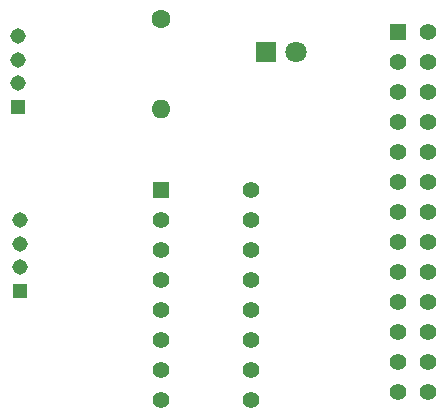
<source format=gbr>
%TF.GenerationSoftware,KiCad,Pcbnew,9.0.0*%
%TF.CreationDate,2025-03-26T20:17:18-07:00*%
%TF.ProjectId,lab07,6c616230-372e-46b6-9963-61645f706362,rev?*%
%TF.SameCoordinates,Original*%
%TF.FileFunction,Soldermask,Bot*%
%TF.FilePolarity,Negative*%
%FSLAX46Y46*%
G04 Gerber Fmt 4.6, Leading zero omitted, Abs format (unit mm)*
G04 Created by KiCad (PCBNEW 9.0.0) date 2025-03-26 20:17:18*
%MOMM*%
%LPD*%
G01*
G04 APERTURE LIST*
%ADD10R,1.800000X1.800000*%
%ADD11C,1.800000*%
%ADD12C,1.600000*%
%ADD13O,1.600000X1.600000*%
%ADD14R,1.308000X1.308000*%
%ADD15C,1.308000*%
%ADD16R,1.400000X1.400000*%
%ADD17C,1.400000*%
%ADD18R,1.390000X1.390000*%
%ADD19C,1.390000*%
G04 APERTURE END LIST*
D10*
%TO.C,D1*%
X150368000Y-76962000D03*
D11*
X152908000Y-76962000D03*
%TD*%
D12*
%TO.C,R1*%
X141478000Y-74168000D03*
D13*
X141478000Y-81788000D03*
%TD*%
D14*
%TO.C,J2*%
X129394000Y-81631500D03*
D15*
X129394000Y-79631500D03*
X129394000Y-77631500D03*
X129394000Y-75631500D03*
%TD*%
D14*
%TO.C,J1*%
X129540000Y-97218000D03*
D15*
X129540000Y-95218000D03*
X129540000Y-93218000D03*
X129540000Y-91218000D03*
%TD*%
D16*
%TO.C,U1*%
X141478000Y-88646000D03*
D17*
X141478000Y-91186000D03*
X141478000Y-93726000D03*
X141478000Y-96266000D03*
X141478000Y-98806000D03*
X141478000Y-101346000D03*
X141478000Y-103886000D03*
X141478000Y-106426000D03*
X149098000Y-106426000D03*
X149098000Y-103886000D03*
X149098000Y-101346000D03*
X149098000Y-98806000D03*
X149098000Y-96266000D03*
X149098000Y-93726000D03*
X149098000Y-91186000D03*
X149098000Y-88646000D03*
%TD*%
D18*
%TO.C,J3*%
X161544000Y-75329500D03*
D19*
X164084000Y-75329500D03*
X161544000Y-77869500D03*
X164084000Y-77869500D03*
X161544000Y-80409500D03*
X164084000Y-80409500D03*
X161544000Y-82949500D03*
X164084000Y-82949500D03*
X161544000Y-85489500D03*
X164084000Y-85489500D03*
X161544000Y-88029500D03*
X164084000Y-88029500D03*
X161544000Y-90569500D03*
X164084000Y-90569500D03*
X161544000Y-93109500D03*
X164084000Y-93109500D03*
X161544000Y-95649500D03*
X164084000Y-95649500D03*
X161544000Y-98189500D03*
X164084000Y-98189500D03*
X161544000Y-100729500D03*
X164084000Y-100729500D03*
X161544000Y-103269500D03*
X164084000Y-103269500D03*
X161544000Y-105809500D03*
X164084000Y-105809500D03*
%TD*%
M02*

</source>
